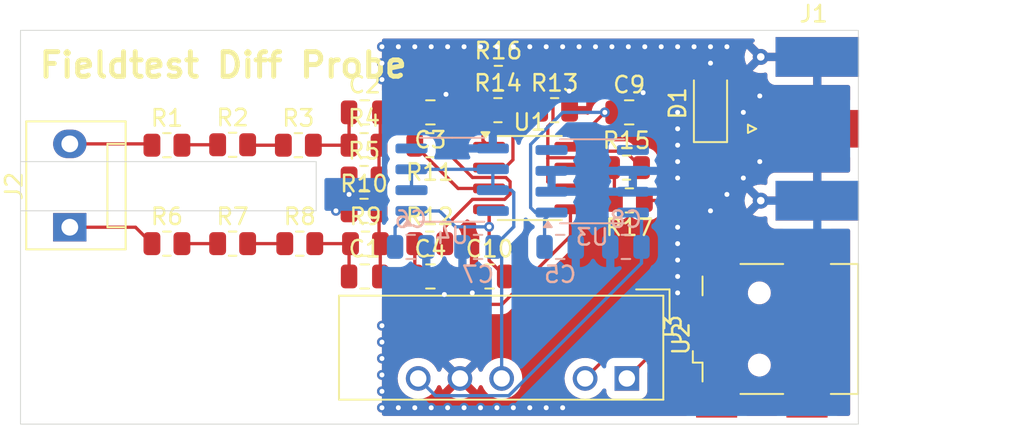
<source format=kicad_pcb>
(kicad_pcb (version 20240108) (generator "pcbnew") (generator_version "8.0")
  (layers (0 "F.Cu" signal) (31 "B.Cu" signal) (34 "B.Paste" user) (35 "F.Paste" user) (36 "B.SilkS" user "B.Silkscreen") (37 "F.SilkS" user "F.Silkscreen") (38 "B.Mask" user) (39 "F.Mask" user) (44 "Edge.Cuts" user))
  (net 0 "")
  (net 1 "Net-(C1-Pad1)")
  (net 2 "Net-(U1B-+)")
  (net 3 "Net-(C2-Pad1)")
  (net 4 "Net-(U1A-+)")
  (net 5 "GND")
  (net 6 "Net-(U1C-V+)")
  (net 7 "Net-(U1C-V-)")
  (net 8 "Net-(U2--Vout)")
  (net 9 "Net-(U2-+Vout)")
  (net 10 "Net-(D1-A1)")
  (net 11 "Net-(J2-Pin_1)")
  (net 12 "Net-(J2-Pin_3)")
  (net 13 "D_N")
  (net 14 "GNDD")
  (net 15 "Net-(J3-VBUS)")
  (net 16 "D_P")
  (net 17 "Net-(R1-Pad2)")
  (net 18 "Net-(R2-Pad2)")
  (net 19 "Net-(R6-Pad2)")
  (net 20 "Net-(R7-Pad2)")
  (net 21 "Net-(R11-Pad1)")
  (net 22 "Net-(U1A--)")
  (net 23 "Net-(R14-Pad1)")
  (net 24 "Net-(R15-Pad1)")
  (net 25 "Net-(U1B--)")
  (footprint "Resistor_SMD:R_0805_2012Metric" (layer "F.Cu") (at 124.5125 85.865)
    (property "Reference" "R13" (at 0 -1.65 0) (layer "F.SilkS"))
    (property "Value" "10k")
    (fp_line (start -0.227064 -0.735) (end 0.227064 -0.735) (stroke (width 0.12)) (layer "F.SilkS"))
    (fp_line (start -0.227064 0.735) (end 0.227064 0.735) (stroke (width 0.12)) (layer "F.SilkS"))
    (pad "1" smd roundrect (at -0.9125 0) (size 1.025 1.4) (layers "F.Cu" "F.Paste" "F.Mask") (roundrect_rratio 0.243902) (net 22 "Net-(U1A--)"))
    (pad "2" smd roundrect (at 0.9125 0) (size 1.025 1.4) (layers "F.Cu" "F.Paste" "F.Mask") (roundrect_rratio 0.243902) (net 5 "GND"))
  )
  (footprint "Connector_Coaxial:SMA_Molex_73251-1153_EdgeMount_Horizontal" (layer "F.Cu") (at 138.78 87 180)
    (property "Reference" "J1" (at -1.5 7 0) (layer "F.SilkS"))
    (property "Value" "Conn_Coaxial")
    (fp_line (start 2.5 0.25) (end 2 0) (stroke (width 0.12)) (layer "F.SilkS"))
    (fp_line (start 2.5 -0.25) (end 2.5 0.25) (stroke (width 0.12)) (layer "F.SilkS"))
    (fp_line (start 2 0) (end 2.5 -0.25) (stroke (width 0.12)) (layer "F.SilkS"))
    (pad "1" smd rect (at -1.72 0 180) (size 5.08 2.29) (layers "F.Cu" "F.Paste" "F.Mask") (net 10 "Net-(D1-A1)"))
    (pad "2" smd rect (at -1.72 -4.38 180) (size 5.08 2.42) (layers "F.Cu" "F.Paste" "F.Mask") (net 5 "GND"))
    (pad "2" smd rect (at -1.72 -4.38 180) (size 5.08 2.42) (layers "B.Cu" "B.Paste" "B.Mask") (net 5 "GND"))
    (pad "2" smd rect (at -1.72 4.38 180) (size 5.08 2.42) (layers "F.Cu" "F.Paste" "F.Mask") (net 5 "GND"))
    (pad "2" smd rect (at -1.72 4.38 180) (size 5.08 2.42) (layers "B.Cu" "B.Paste" "B.Mask") (net 5 "GND"))
    (pad "2" smd rect (at 1.27 -4.38 180) (size 0.95 0.46) (layers "F.Cu") (net 5 "GND"))
    (pad "2" smd rect (at 1.27 -4.38 180) (size 0.95 0.46) (layers "B.Cu") (net 5 "GND"))
    (pad "2" smd rect (at 1.27 4.38 180) (size 0.95 0.46) (layers "F.Cu") (net 5 "GND"))
    (pad "2" smd rect (at 1.27 4.38 180) (size 0.95 0.46) (layers "B.Cu") (net 5 "GND"))
    (pad "2" thru_hole circle (at 1.72 -4.38 180) (size 0.97 0.97) (drill 0.46) (layers "*.Cu") (net 5 "GND"))
    (pad "2" thru_hole circle (at 1.72 4.38 180) (size 0.97 0.97) (drill 0.46) (layers "*.Cu") (net 5 "GND"))
  )
  (footprint "Connector_USB:USB_Mini-B_Wuerth_65100516121_Horizontal" (layer "F.Cu") (at 136.975 99.2 90)
    (property "Reference" "J3" (at 0 -5.25 90) (layer "F.SilkS"))
    (property "Value" "USB_A")
    (fp_line (start -2.05 -4.05) (end -1.35 -4.05) (stroke (width 0.12)) (layer "F.SilkS"))
    (fp_line (start 2.05 -3.46) (end 3.2 -3.46) (stroke (width 0.12)) (layer "F.SilkS"))
    (fp_line (start -2.05 -3.46) (end -2.05 -4.05) (stroke (width 0.12)) (layer "F.SilkS"))
    (fp_line (start -3.2 -3.46) (end -2.05 -3.46) (stroke (width 0.12)) (layer "F.SilkS"))
    (fp_line (start 3.96 -1.15) (end 3.96 1.45) (stroke (width 0.12)) (layer "F.SilkS"))
    (fp_line (start -3.96 1.45) (end -3.96 -1.15) (stroke (width 0.12)) (layer "F.SilkS"))
    (fp_line (start -3.96 4.35) (end -3.96 6.01) (stroke (width 0.12)) (layer "F.SilkS"))
    (fp_line (start 3.96 6.01) (end 3.96 4.35) (stroke (width 0.12)) (layer "F.SilkS"))
    (fp_line (start -3.96 6.01) (end 3.96 6.01) (stroke (width 0.12)) (layer "F.SilkS"))
    (pad "" np_thru_hole circle (at -2.2 0 90) (size 0.9 0.9) (drill 0.9) (layers "*.Cu" "*.Mask"))
    (pad "" np_thru_hole circle (at 2.2 0 90) (size 0.9 0.9) (drill 0.9) (layers "*.Cu" "*.Mask"))
    (pad "1" smd rect (at -1.6 -2.6 90) (size 0.5 2.5) (layers "F.Cu" "F.Paste" "F.Mask") (net 15 "Net-(J3-VBUS)"))
    (pad "2" smd rect (at -0.8 -2.6 90) (size 0.5 2.5) (layers "F.Cu" "F.Paste" "F.Mask") (net 13 "D_N"))
    (pad "3" smd rect (at 0 -2.6 90) (size 0.5 2.5) (layers "F.Cu" "F.Paste" "F.Mask") (net 16 "D_P"))
    (pad "4" smd rect (at 0.8 -2.6 90) (size 0.5 2.5) (layers "F.Cu" "F.Paste" "F.Mask") (net 14 "GNDD"))
    (pad "5" smd rect (at 1.6 -2.6 90) (size 0.5 2.5) (layers "F.Cu" "F.Paste" "F.Mask") (net 14 "GNDD"))
    (pad "6" smd rect (at -4.4 -2.6 90) (size 2 2.5) (layers "F.Cu" "F.Paste" "F.Mask"))
    (pad "6" smd rect (at -4.4 2.9 90) (size 2 2.5) (layers "F.Cu" "F.Paste" "F.Mask"))
    (pad "6" smd rect (at 4.4 -2.6 90) (size 2 2.5) (layers "F.Cu" "F.Paste" "F.Mask"))
    (pad "6" smd rect (at 4.4 2.9 90) (size 2 2.5) (layers "F.Cu" "F.Paste" "F.Mask"))
  )
  (footprint "Resistor_SMD:R_0805_2012Metric" (layer "F.Cu") (at 129.0625 91.365 180)
    (property "Reference" "R17" (at 0 -1.65 0) (layer "F.SilkS"))
    (property "Value" "50R")
    (fp_line (start -0.227064 0.735) (end 0.227064 0.735) (stroke (width 0.12)) (layer "F.SilkS"))
    (fp_line (start -0.227064 -0.735) (end 0.227064 -0.735) (stroke (width 0.12)) (layer "F.SilkS"))
    (pad "1" smd roundrect (at -0.9125 0 180) (size 1.025 1.4) (layers "F.Cu" "F.Paste" "F.Mask") (roundrect_rratio 0.243902) (net 10 "Net-(D1-A1)"))
    (pad "2" smd roundrect (at 0.9125 0 180) (size 1.025 1.4) (layers "F.Cu" "F.Paste" "F.Mask") (roundrect_rratio 0.243902) (net 24 "Net-(R15-Pad1)"))
  )
  (footprint "Package_SO:SOIC-8_3.9x4.9mm_P1.27mm" (layer "F.Cu") (at 123 90)
    (property "Reference" "U1" (at 0 -3.4 0) (layer "F.SilkS"))
    (property "Value" "LM4562")
    (fp_line (start 0 -2.56) (end -1.95 -2.56) (stroke (width 0.12)) (layer "F.SilkS"))
    (fp_line (start 0 -2.56) (end 1.95 -2.56) (stroke (width 0.12)) (layer "F.SilkS"))
    (fp_line (start 0 2.56) (end -1.95 2.56) (stroke (width 0.12)) (layer "F.SilkS"))
    (fp_line (start 0 2.56) (end 1.95 2.56) (stroke (width 0.12)) (layer "F.SilkS"))
    (fp_poly (pts (xy -2.7 -2.465) (xy -2.94 -2.795) (xy -2.46 -2.795) (xy -2.7 -2.465)) (stroke (width 0.12)) (fill solid) (layer "F.SilkS"))
    (pad "1" smd roundrect (at -2.475 -1.905) (size 1.95 0.6) (layers "F.Cu" "F.Paste" "F.Mask") (net 23 "Net-(R14-Pad1)"))
    (pad "2" smd roundrect (at -2.475 -0.635) (size 1.95 0.6) (layers "F.Cu" "F.Paste" "F.Mask") (net 22 "Net-(U1A--)"))
    (pad "3" smd roundrect (at -2.475 0.635) (size 1.95 0.6) (layers "F.Cu" "F.Paste" "F.Mask") (net 4 "Net-(U1A-+)"))
    (pad "4" smd roundrect (at -2.475 1.905) (size 1.95 0.6) (layers "F.Cu" "F.Paste" "F.Mask") (net 7 "Net-(U1C-V-)"))
    (pad "5" smd roundrect (at 2.475 1.905) (size 1.95 0.6) (layers "F.Cu" "F.Paste" "F.Mask") (net 2 "Net-(U1B-+)"))
    (pad "6" smd roundrect (at 2.475 0.635) (size 1.95 0.6) (layers "F.Cu" "F.Paste" "F.Mask") (net 25 "Net-(U1B--)"))
    (pad "7" smd roundrect (at 2.475 -0.635) (size 1.95 0.6) (layers "F.Cu" "F.Paste" "F.Mask") (net 24 "Net-(R15-Pad1)"))
    (pad "8" smd roundrect (at 2.475 -1.905) (size 1.95 0.6) (layers "F.Cu" "F.Paste" "F.Mask") (net 6 "Net-(U1C-V+)"))
  )
  (footprint "Resistor_SMD:R_0805_2012Metric" (layer "F.Cu") (at 100.9125 94)
    (property "Reference" "R6" (at 0 -1.65 0) (layer "F.SilkS"))
    (property "Value" "270K")
    (fp_line (start -0.227064 -0.735) (end 0.227064 -0.735) (stroke (width 0.12)) (layer "F.SilkS"))
    (fp_line (start -0.227064 0.735) (end 0.227064 0.735) (stroke (width 0.12)) (layer "F.SilkS"))
    (pad "1" smd roundrect (at -0.9125 0) (size 1.025 1.4) (layers "F.Cu" "F.Paste" "F.Mask") (roundrect_rratio 0.243902) (net 11 "Net-(J2-Pin_1)"))
    (pad "2" smd roundrect (at 0.9125 0) (size 1.025 1.4) (layers "F.Cu" "F.Paste" "F.Mask") (roundrect_rratio 0.243902) (net 19 "Net-(R6-Pad2)"))
  )
  (footprint "Resistor_SMD:R_0805_2012Metric" (layer "F.Cu") (at 112.9125 88)
    (property "Reference" "R4" (at 0 -1.65 0) (layer "F.SilkS"))
    (property "Value" "270K")
    (fp_line (start -0.227064 -0.735) (end 0.227064 -0.735) (stroke (width 0.12)) (layer "F.SilkS"))
    (fp_line (start -0.227064 0.735) (end 0.227064 0.735) (stroke (width 0.12)) (layer "F.SilkS"))
    (pad "1" smd roundrect (at -0.9125 0) (size 1.025 1.4) (layers "F.Cu" "F.Paste" "F.Mask") (roundrect_rratio 0.243902) (net 3 "Net-(C2-Pad1)"))
    (pad "2" smd roundrect (at 0.9125 0) (size 1.025 1.4) (layers "F.Cu" "F.Paste" "F.Mask") (roundrect_rratio 0.243902) (net 4 "Net-(U1A-+)"))
  )
  (footprint "Resistor_SMD:R_0805_2012Metric" (layer "F.Cu") (at 112.9125 92)
    (property "Reference" "R10" (at 0 -1.65 0) (layer "F.SilkS"))
    (property "Value" "10k9")
    (fp_line (start -0.227064 -0.735) (end 0.227064 -0.735) (stroke (width 0.12)) (layer "F.SilkS"))
    (fp_line (start -0.227064 0.735) (end 0.227064 0.735) (stroke (width 0.12)) (layer "F.SilkS"))
    (pad "1" smd roundrect (at -0.9125 0) (size 1.025 1.4) (layers "F.Cu" "F.Paste" "F.Mask") (roundrect_rratio 0.243902) (net 5 "GND"))
    (pad "2" smd roundrect (at 0.9125 0) (size 1.025 1.4) (layers "F.Cu" "F.Paste" "F.Mask") (roundrect_rratio 0.243902) (net 2 "Net-(U1B-+)"))
  )
  (footprint "Resistor_SMD:R_0805_2012Metric" (layer "F.Cu") (at 109 94)
    (property "Reference" "R8" (at 0 -1.65 0) (layer "F.SilkS"))
    (property "Value" "270K")
    (fp_line (start -0.227064 -0.735) (end 0.227064 -0.735) (stroke (width 0.12)) (layer "F.SilkS"))
    (fp_line (start -0.227064 0.735) (end 0.227064 0.735) (stroke (width 0.12)) (layer "F.SilkS"))
    (pad "1" smd roundrect (at -0.9125 0) (size 1.025 1.4) (layers "F.Cu" "F.Paste" "F.Mask") (roundrect_rratio 0.243902) (net 20 "Net-(R7-Pad2)"))
    (pad "2" smd roundrect (at 0.9125 0) (size 1.025 1.4) (layers "F.Cu" "F.Paste" "F.Mask") (roundrect_rratio 0.243902) (net 1 "Net-(C1-Pad1)"))
  )
  (footprint "Capacitor_SMD:C_0805_2012Metric" (layer "F.Cu") (at 116.95 96)
    (property "Reference" "C4" (at 0 -1.68 0) (layer "F.SilkS"))
    (property "Value" "33p")
    (fp_line (start -0.261252 -0.735) (end 0.261252 -0.735) (stroke (width 0.12)) (layer "F.SilkS"))
    (fp_line (start -0.261252 0.735) (end 0.261252 0.735) (stroke (width 0.12)) (layer "F.SilkS"))
    (pad "1" smd roundrect (at -0.95 0) (size 1 1.45) (layers "F.Cu" "F.Paste" "F.Mask") (net 2 "Net-(U1B-+)"))
    (pad "2" smd roundrect (at 0.95 0) (size 1 1.45) (layers "F.Cu" "F.Paste" "F.Mask") (net 5 "GND"))
  )
  (footprint "Resistor_SMD:R_0805_2012Metric" (layer "F.Cu") (at 112.9125 90)
    (property "Reference" "R5" (at 0 -1.65 0) (layer "F.SilkS"))
    (property "Value" "10k9")
    (fp_line (start -0.227064 -0.735) (end 0.227064 -0.735) (stroke (width 0.12)) (layer "F.SilkS"))
    (fp_line (start -0.227064 0.735) (end 0.227064 0.735) (stroke (width 0.12)) (layer "F.SilkS"))
    (pad "1" smd roundrect (at -0.9125 0) (size 1.025 1.4) (layers "F.Cu" "F.Paste" "F.Mask") (roundrect_rratio 0.243902) (net 5 "GND"))
    (pad "2" smd roundrect (at 0.9125 0) (size 1.025 1.4) (layers "F.Cu" "F.Paste" "F.Mask") (roundrect_rratio 0.243902) (net 4 "Net-(U1A-+)"))
  )
  (footprint "Resistor_SMD:R_0805_2012Metric" (layer "F.Cu") (at 128.8875 89.365)
    (property "Reference" "R15" (at 0 -1.65 0) (layer "F.SilkS"))
    (property "Value" "10k")
    (fp_line (start -0.227064 -0.735) (end 0.227064 -0.735) (stroke (width 0.12)) (layer "F.SilkS"))
    (fp_line (start -0.227064 0.735) (end 0.227064 0.735) (stroke (width 0.12)) (layer "F.SilkS"))
    (pad "1" smd roundrect (at -0.9125 0) (size 1.025 1.4) (layers "F.Cu" "F.Paste" "F.Mask") (roundrect_rratio 0.243902) (net 24 "Net-(R15-Pad1)"))
    (pad "2" smd roundrect (at 0.9125 0) (size 1.025 1.4) (layers "F.Cu" "F.Paste" "F.Mask") (roundrect_rratio 0.243902) (net 25 "Net-(U1B--)"))
  )
  (footprint "Resistor_SMD:R_0805_2012Metric" (layer "F.Cu") (at 104.9125 94)
    (property "Reference" "R7" (at 0 -1.65 0) (layer "F.SilkS"))
    (property "Value" "270K")
    (fp_line (start -0.227064 -0.735) (end 0.227064 -0.735) (stroke (width 0.12)) (layer "F.SilkS"))
    (fp_line (start -0.227064 0.735) (end 0.227064 0.735) (stroke (width 0.12)) (layer "F.SilkS"))
    (pad "1" smd roundrect (at -0.9125 0) (size 1.025 1.4) (layers "F.Cu" "F.Paste" "F.Mask") (roundrect_rratio 0.243902) (net 19 "Net-(R6-Pad2)"))
    (pad "2" smd roundrect (at 0.9125 0) (size 1.025 1.4) (layers "F.Cu" "F.Paste" "F.Mask") (roundrect_rratio 0.243902) (net 20 "Net-(R7-Pad2)"))
  )
  (footprint "Diode_SMD:D_SMF" (layer "F.Cu") (at 134 85.45 90)
    (property "Reference" "D1" (at 0 -2 90) (layer "F.SilkS"))
    (property "Value" "SMF24A")
    (fp_line (start -2.36 -1.01) (end 1.4 -1.01) (stroke (width 0.12)) (layer "F.SilkS"))
    (fp_line (start -2.36 -1.01) (end -2.36 1.01) (stroke (width 0.12)) (layer "F.SilkS"))
    (fp_line (start -2.36 1.01) (end 1.4 1.01) (stroke (width 0.12)) (layer "F.SilkS"))
    (pad "1" smd roundrect (at -1.45 0 90) (size 1.3 1.4) (layers "F.Cu" "F.Paste" "F.Mask") (roundrect_rratio 0.1923076923) (net 10 "Net-(D1-A1)"))
    (pad "2" smd roundrect (at 1.45 0 90) (size 1.3 1.4) (layers "F.Cu" "F.Paste" "F.Mask") (roundrect_rratio 0.1923076923) (net 5 "GND"))
  )
  (footprint "Resistor_SMD:R_0805_2012Metric" (layer "F.Cu") (at 116.9125 88 180)
    (property "Reference" "R11" (at 0 -1.65 0) (layer "F.SilkS"))
    (property "Value" "10k9")
    (fp_line (start -0.227064 0.735) (end 0.227064 0.735) (stroke (width 0.12)) (layer "F.SilkS"))
    (fp_line (start -0.227064 -0.735) (end 0.227064 -0.735) (stroke (width 0.12)) (layer "F.SilkS"))
    (pad "1" smd roundrect (at -0.9125 0 180) (size 1.025 1.4) (layers "F.Cu" "F.Paste" "F.Mask") (roundrect_rratio 0.243902) (net 21 "Net-(R11-Pad1)"))
    (pad "2" smd roundrect (at 0.9125 0 180) (size 1.025 1.4) (layers "F.Cu" "F.Paste" "F.Mask") (roundrect_rratio 0.243902) (net 4 "Net-(U1A-+)"))
  )
  (footprint "Resistor_SMD:R_0805_2012Metric" (layer "F.Cu") (at 121.0625 85.865)
    (property "Reference" "R14" (at 0 -1.65 0) (layer "F.SilkS"))
    (property "Value" "10k")
    (fp_line (start -0.227064 -0.735) (end 0.227064 -0.735) (stroke (width 0.12)) (layer "F.SilkS"))
    (fp_line (start -0.227064 0.735) (end 0.227064 0.735) (stroke (width 0.12)) (layer "F.SilkS"))
    (pad "1" smd roundrect (at -0.9125 0) (size 1.025 1.4) (layers "F.Cu" "F.Paste" "F.Mask") (roundrect_rratio 0.243902) (net 23 "Net-(R14-Pad1)"))
    (pad "2" smd roundrect (at 0.9125 0) (size 1.025 1.4) (layers "F.Cu" "F.Paste" "F.Mask") (roundrect_rratio 0.243902) (net 22 "Net-(U1A--)"))
  )
  (footprint "Capacitor_SMD:C_0805_2012Metric" (layer "F.Cu") (at 112.95 96)
    (property "Reference" "C1" (at 0 -1.68 0) (layer "F.SilkS"))
    (property "Value" "33p")
    (fp_line (start -0.261252 -0.735) (end 0.261252 -0.735) (stroke (width 0.12)) (layer "F.SilkS"))
    (fp_line (start -0.261252 0.735) (end 0.261252 0.735) (stroke (width 0.12)) (layer "F.SilkS"))
    (pad "1" smd roundrect (at -0.95 0) (size 1 1.45) (layers "F.Cu" "F.Paste" "F.Mask") (net 1 "Net-(C1-Pad1)"))
    (pad "2" smd roundrect (at 0.95 0) (size 1 1.45) (layers "F.Cu" "F.Paste" "F.Mask") (net 2 "Net-(U1B-+)"))
  )
  (footprint "Capacitor_SMD:C_0805_2012Metric" (layer "F.Cu") (at 120.55 96)
    (property "Reference" "C10" (at 0 -1.68 0) (layer "F.SilkS"))
    (property "Value" "100nF")
    (fp_line (start -0.261252 -0.735) (end 0.261252 -0.735) (stroke (width 0.12)) (layer "F.SilkS"))
    (fp_line (start -0.261252 0.735) (end 0.261252 0.735) (stroke (width 0.12)) (layer "F.SilkS"))
    (pad "1" smd roundrect (at -0.95 0) (size 1 1.45) (layers "F.Cu" "F.Paste" "F.Mask") (net 5 "GND"))
    (pad "2" smd roundrect (at 0.95 0) (size 1 1.45) (layers "F.Cu" "F.Paste" "F.Mask") (net 7 "Net-(U1C-V-)"))
  )
  (footprint "Capacitor_SMD:C_0805_2012Metric" (layer "F.Cu") (at 129.05 86)
    (property "Reference" "C9" (at 0 -1.68 0) (layer "F.SilkS"))
    (property "Value" "100nF")
    (fp_line (start -0.261252 -0.735) (end 0.261252 -0.735) (stroke (width 0.12)) (layer "F.SilkS"))
    (fp_line (start -0.261252 0.735) (end 0.261252 0.735) (stroke (width 0.12)) (layer "F.SilkS"))
    (pad "1" smd roundrect (at -0.95 0) (size 1 1.45) (layers "F.Cu" "F.Paste" "F.Mask") (net 6 "Net-(U1C-V+)"))
    (pad "2" smd roundrect (at 0.95 0) (size 1 1.45) (layers "F.Cu" "F.Paste" "F.Mask") (net 5 "GND"))
  )
  (footprint "Resistor_SMD:R_0805_2012Metric" (layer "F.Cu") (at 104.9125 87.975)
    (property "Reference" "R2" (at 0 -1.65 0) (layer "F.SilkS"))
    (property "Value" "270K")
    (fp_line (start -0.227064 -0.735) (end 0.227064 -0.735) (stroke (width 0.12)) (layer "F.SilkS"))
    (fp_line (start -0.227064 0.735) (end 0.227064 0.735) (stroke (width 0.12)) (layer "F.SilkS"))
    (pad "1" smd roundrect (at -0.9125 0) (size 1.025 1.4) (layers "F.Cu" "F.Paste" "F.Mask") (roundrect_rratio 0.243902) (net 17 "Net-(R1-Pad2)"))
    (pad "2" smd roundrect (at 0.9125 0) (size 1.025 1.4) (layers "F.Cu" "F.Paste" "F.Mask") (roundrect_rratio 0.243902) (net 18 "Net-(R2-Pad2)"))
  )
  (footprint "Capacitor_SMD:C_0805_2012Metric" (layer "F.Cu") (at 112.95 86)
    (property "Reference" "C2" (at 0 -1.68 0) (layer "F.SilkS"))
    (property "Value" "33p")
    (fp_line (start -0.261252 -0.735) (end 0.261252 -0.735) (stroke (width 0.12)) (layer "F.SilkS"))
    (fp_line (start -0.261252 0.735) (end 0.261252 0.735) (stroke (width 0.12)) (layer "F.SilkS"))
    (pad "1" smd roundrect (at -0.95 0) (size 1 1.45) (layers "F.Cu" "F.Paste" "F.Mask") (net 3 "Net-(C2-Pad1)"))
    (pad "2" smd roundrect (at 0.95 0) (size 1 1.45) (layers "F.Cu" "F.Paste" "F.Mask") (net 4 "Net-(U1A-+)"))
  )
  (footprint "Resistor_SMD:R_0805_2012Metric" (layer "F.Cu") (at 116.9125 94)
    (property "Reference" "R12" (at 0 -1.65 0) (layer "F.SilkS"))
    (property "Value" "10k9")
    (fp_line (start -0.227064 -0.735) (end 0.227064 -0.735) (stroke (width 0.12)) (layer "F.SilkS"))
    (fp_line (start -0.227064 0.735) (end 0.227064 0.735) (stroke (width 0.12)) (layer "F.SilkS"))
    (pad "1" smd roundrect (at -0.9125 0) (size 1.025 1.4) (layers "F.Cu" "F.Paste" "F.Mask") (roundrect_rratio 0.243902) (net 2 "Net-(U1B-+)"))
    (pad "2" smd roundrect (at 0.9125 0) (size 1.025 1.4) (layers "F.Cu" "F.Paste" "F.Mask") (roundrect_rratio 0.243902) (net 21 "Net-(R11-Pad1)"))
  )
  (footprint "Resistor_SMD:R_0805_2012Metric" (layer "F.Cu") (at 108.9125 88)
    (property "Reference" "R3" (at 0 -1.65 0) (layer "F.SilkS"))
    (property "Value" "270K")
    (fp_line (start -0.227064 -0.735) (end 0.227064 -0.735) (stroke (width 0.12)) (layer "F.SilkS"))
    (fp_line (start -0.227064 0.735) (end 0.227064 0.735) (stroke (width 0.12)) (layer "F.SilkS"))
    (pad "1" smd roundrect (at -0.9125 0) (size 1.025 1.4) (layers "F.Cu" "F.Paste" "F.Mask") (roundrect_rratio 0.243902) (net 18 "Net-(R2-Pad2)"))
    (pad "2" smd roundrect (at 0.9125 0) (size 1.025 1.4) (layers "F.Cu" "F.Paste" "F.Mask") (roundrect_rratio 0.243902) (net 3 "Net-(C2-Pad1)"))
  )
  (footprint "Connector:FanPinHeader_1x03_P2.54mm_Vertical" (layer "F.Cu") (at 95 93 90)
    (property "Reference" "J2" (at 2.5 -3.4 90) (layer "F.SilkS"))
    (property "Value" "Conn_01x03")
    (fp_line (start 6.45 -2.65) (end 6.45 3.4) (stroke (width 0.12)) (layer "F.SilkS"))
    (fp_line (start -1.35 -2.65) (end 6.45 -2.65) (stroke (width 0.12)) (layer "F.SilkS"))
    (fp_line (start 5.08 2.29) (end 5.08 3.3) (stroke (width 0.12)) (layer "F.SilkS"))
    (fp_line (start 0 2.29) (end 5.08 2.29) (stroke (width 0.12)) (layer "F.SilkS"))
    (fp_line (start 0 3.3) (end 0 2.29) (stroke (width 0.12)) (layer "F.SilkS"))
    (fp_line (start 6.45 3.4) (end -1.35 3.4) (stroke (width 0.12)) (layer "F.SilkS"))
    (fp_line (start -1.35 3.4) (end -1.35 -2.65) (stroke (width 0.12)) (layer "F.SilkS"))
    (pad "1" thru_hole rect (at 0 0 180) (size 2.03 1.73) (drill 1.02) (layers "*.Cu" "*.Mask") (net 11 "Net-(J2-Pin_1)"))
    (pad "3" thru_hole oval (at 5.08 0 180) (size 2.03 1.73) (drill 1.02) (layers "*.Cu" "*.Mask") (net 12 "Net-(J2-Pin_3)"))
  )
  (footprint "Resistor_SMD:R_0805_2012Metric" (layer "F.Cu") (at 113 94)
    (property "Reference" "R9" (at 0 -1.65 0) (layer "F.SilkS"))
    (property "Value" "270K")
    (fp_line (start -0.227064 -0.735) (end 0.227064 -0.735) (stroke (width 0.12)) (layer "F.SilkS"))
    (fp_line (start -0.227064 0.735) (end 0.227064 0.735) (stroke (width 0.12)) (layer "F.SilkS"))
    (pad "1" smd roundrect (at -0.9125 0) (size 1.025 1.4) (layers "F.Cu" "F.Paste" "F.Mask") (roundrect_rratio 0.243902) (net 1 "Net-(C1-Pad1)"))
    (pad "2" smd roundrect (at 0.9125 0) (size 1.025 1.4) (layers "F.Cu" "F.Paste" "F.Mask") (roundrect_rratio 0.243902) (net 2 "Net-(U1B-+)"))
  )
  (footprint "Resistor_SMD:R_0805_2012Metric" (layer "F.Cu") (at 121.0875 83.9)
    (property "Reference" "R16" (at 0 -1.65 0) (layer "F.SilkS"))
    (property "Value" "10k")
    (fp_line (start -0.227064 -0.735) (end 0.227064 -0.735) (stroke (width 0.12)) (layer "F.SilkS"))
    (fp_line (start -0.227064 0.735) (end 0.227064 0.735) (stroke (width 0.12)) (layer "F.SilkS"))
    (pad "1" smd roundrect (at -0.9125 0) (size 1.025 1.4) (layers "F.Cu" "F.Paste" "F.Mask") (roundrect_rratio 0.243902) (net 23 "Net-(R14-Pad1)"))
    (pad "2" smd roundrect (at 0.9125 0) (size 1.025 1.4) (layers "F.Cu" "F.Paste" "F.Mask") (roundrect_rratio 0.243902) (net 25 "Net-(U1B--)"))
  )
  (footprint "Capacitor_SMD:C_0805_2012Metric" (layer "F.Cu") (at 116.95 86 180)
    (property "Reference" "C3" (at 0 -1.68 0) (layer "F.SilkS"))
    (property "Value" "33p")
    (fp_line (start -0.261252 0.735) (end 0.261252 0.735) (stroke (width 0.12)) (layer "F.SilkS"))
    (fp_line (start -0.261252 -0.735) (end 0.261252 -0.735) (stroke (width 0.12)) (layer "F.SilkS"))
    (pad "1" smd roundrect (at -0.95 0 180) (size 1 1.45) (layers "F.Cu" "F.Paste" "F.Mask") (net 5 "GND"))
    (pad "2" smd roundrect (at 0.95 0 180) (size 1 1.45) (layers "F.Cu" "F.Paste" "F.Mask") (net 4 "Net-(U1A-+)"))
  )
  (footprint "Resistor_SMD:R_0805_2012Metric" (layer "F.Cu") (at 100.9125 88)
    (property "Reference" "R1" (at 0 -1.65 0) (layer "F.SilkS"))
    (property "Value" "270K")
    (fp_line (start -0.227064 -0.735) (end 0.227064 -0.735) (stroke (width 0.12)) (layer "F.SilkS"))
    (fp_line (start -0.227064 0.735) (end 0.227064 0.735) (stroke (width 0.12)) (layer "F.SilkS"))
    (pad "1" smd roundrect (at -0.9125 0) (size 1.025 1.4) (layers "F.Cu" "F.Paste" "F.Mask") (roundrect_rratio 0.243902) (net 12 "Net-(J2-Pin_3)"))
    (pad "2" smd roundrect (at 0.9125 0) (size 1.025 1.4) (layers "F.Cu" "F.Paste" "F.Mask") (roundrect_rratio 0.243902) (net 17 "Net-(R1-Pad2)"))
  )
  (footprint "Converter_DCDC:Converter_DCDC_TRACO_TMA-05xxD_12xxD_Dual_THT" (layer "F.Cu") (at 128.9075 102.215 -90)
    (property "Reference" "U2" (at -2.425 -3.3 90) (layer "F.SilkS"))
    (property "Value" "TMA-1215D")
    (fp_line (start -5.045 17.52) (end 1.295 17.52) (stroke (width 0.12)) (layer "F.SilkS"))
    (fp_line (start -5.425 -0.566667) (end -5.425 -2.6) (stroke (width 0.12)) (layer "F.SilkS"))
    (fp_line (start -5.045 -2.22) (end -5.045 17.52) (stroke (width 0.12)) (layer "F.SilkS"))
    (fp_line (start -5.045 -2.22) (end 1.295 -2.22) (stroke (width 0.12)) (layer "F.SilkS"))
    (fp_line (start 1.295 -2.22) (end 1.295 17.52) (stroke (width 0.12)) (layer "F.SilkS"))
    (fp_line (start -5.425 -2.6) (end -3.391667 -2.6) (stroke (width 0.12)) (layer "F.SilkS"))
    (pad "1" thru_hole rect (at 0 0 270) (size 1.5 1.5) (drill 1) (layers "*.Cu" "*.Mask") (net 15 "Net-(J3-VBUS)"))
    (pad "2" thru_hole circle (at 0 2.54 270) (size 1.5 1.5) (drill 1) (layers "*.Cu" "*.Mask") (net 14 "GNDD"))
    (pad "4" thru_hole circle (at 0 7.62 270) (size 1.5 1.5) (drill 1) (layers "*.Cu" "*.Mask") (net 8 "Net-(U2--Vout)"))
    (pad "5" thru_hole circle (at 0 10.16 270) (size 1.5 1.5) (drill 1) (layers "*.Cu" "*.Mask") (net 5 "GND"))
    (pad "6" thru_hole circle (at 0 12.7 270) (size 1.5 1.5) (drill 1) (layers "*.Cu" "*.Mask") (net 9 "Net-(U2-+Vout)"))
  )
  (footprint "Package_SO:SOIC-8_3.9x4.9mm_P1.27mm" (layer "B.Cu") (at 118.275 90.105)
    (property "Reference" "U4" (at 0 3.4 0) (layer "B.SilkS") (effects (justify mirror)))
    (property "Value" "MC79L12_SO8")
    (fp_line (start -1.95 -2.56) (end 0 -2.56) (stroke (width 0.12)) (layer "B.SilkS"))
    (fp_line (start -1.95 2.56) (end 0 2.56) (stroke (width 0.12)) (layer "B.SilkS"))
    (fp_line (start 1.95 -2.56) (end 0 -2.56) (stroke (width 0.12)) (layer "B.SilkS"))
    (fp_line (start 1.95 2.56) (end 0 2.56) (stroke (width 0.12)) (layer "B.SilkS"))
    (fp_poly (pts (xy -2.7 2.465) (xy -2.94 2.795) (xy -2.46 2.795) (xy -2.7 2.465)) (stroke (width 0.12)) (fill solid) (layer "B.SilkS"))
    (pad "1" smd roundrect (at -2.475 1.905) (size 1.95 0.6) (layers "B.Cu" "B.Paste" "B.Mask") (net 7 "Net-(U1C-V-)"))
    (pad "2" smd roundrect (at -2.475 0.635) (size 1.95 0.6) (layers "B.Cu" "B.Paste" "B.Mask") (net 8 "Net-(U2--Vout)"))
    (pad "3" smd roundrect (at -2.475 -0.635) (size 1.95 0.6) (layers "B.Cu" "B.Paste" "B.Mask") (net 8 "Net-(U2--Vout)"))
    (pad "4" smd roundrect (at -2.475 -1.905) (size 1.95 0.6) (layers "B.Cu" "B.Paste" "B.Mask"))
    (pad "5" smd roundrect (at 2.475 -1.905) (size 1.95 0.6) (layers "B.Cu" "B.Paste" "B.Mask") (net 5 "GND"))
    (pad "6" smd roundrect (at 2.475 -0.635) (size 1.95 0.6) (layers "B.Cu" "B.Paste" "B.Mask") (net 8 "Net-(U2--Vout)"))
    (pad "7" smd roundrect (at 2.475 0.635) (size 1.95 0.6) (layers "B.Cu" "B.Paste" "B.Mask") (net 8 "Net-(U2--Vout)"))
    (pad "8" smd roundrect (at 2.475 1.905) (size 1.95 0.6) (layers "B.Cu" "B.Paste" "B.Mask"))
  )
  (footprint "Capacitor_SMD:C_0805_2012Metric" (layer "B.Cu") (at 115.75 94.2 180)
    (property "Reference" "C6" (at 0 1.68 0) (layer "B.SilkS") (effects (justify mirror)))
    (property "Value" "100nF")
    (fp_line (start 0.261252 0.735) (end -0.261252 0.735) (stroke (width 0.12)) (layer "B.SilkS"))
    (fp_line (start 0.261252 -0.735) (end -0.261252 -0.735) (stroke (width 0.12)) (layer "B.SilkS"))
    (pad "1" smd roundrect (at -0.95 0 180) (size 1 1.45) (layers "B.Cu" "B.Paste" "B.Mask") (net 5 "GND"))
    (pad "2" smd roundrect (at 0.95 0 180) (size 1 1.45) (layers "B.Cu" "B.Paste" "B.Mask") (net 7 "Net-(U1C-V-)"))
  )
  (footprint "Capacitor_SMD:C_0805_2012Metric" (layer "B.Cu") (at 128.85 94.2 180)
    (property "Reference" "C8" (at 0 1.68 0) (layer "B.SilkS") (effects (justify mirror)))
    (property "Value" "100nF")
    (fp_line (start 0.261252 0.735) (end -0.261252 0.735) (stroke (width 0.12)) (layer "B.SilkS"))
    (fp_line (start 0.261252 -0.735) (end -0.261252 -0.735) (stroke (width 0.12)) (layer "B.SilkS"))
    (pad "1" smd roundrect (at -0.95 0 180) (size 1 1.45) (layers "B.Cu" "B.Paste" "B.Mask") (net 9 "Net-(U2-+Vout)"))
    (pad "2" smd roundrect (at 0.95 0 180) (size 1 1.45) (layers "B.Cu" "B.Paste" "B.Mask") (net 5 "GND"))
  )
  (footprint "Capacitor_SMD:C_0805_2012Metric" (layer "B.Cu") (at 124.85 94.2)
    (property "Reference" "C5" (at 0 1.68 0) (layer "B.SilkS") (effects (justify mirror)))
    (property "Value" "100nF")
    (fp_line (start 0.261252 -0.735) (end -0.261252 -0.735) (stroke (width 0.12)) (layer "B.SilkS"))
    (fp_line (start 0.261252 0.735) (end -0.261252 0.735) (stroke (width 0.12)) (layer "B.SilkS"))
    (pad "1" smd roundrect (at -0.95 0) (size 1 1.45) (layers "B.Cu" "B.Paste" "B.Mask") (net 6 "Net-(U1C-V+)"))
    (pad "2" smd roundrect (at 0.95 0) (size 1 1.45) (layers "B.Cu" "B.Paste" "B.Mask") (net 5 "GND"))
  )
  (footprint "Capacitor_SMD:C_0805_2012Metric" (layer "B.Cu") (at 119.85 94.2)
    (property "Reference" "C7" (at 0 1.68 0) (layer "B.SilkS") (effects (justify mirror)))
    (property "Value" "100nF")
    (fp_line (start 0.261252 -0.735) (end -0.261252 -0.735) (stroke (width 0.12)) (layer "B.SilkS"))
    (fp_line (start 0.261252 0.735) (end -0.261252 0.735) (stroke (width 0.12)) (layer "B.SilkS"))
    (pad "1" smd roundrect (at -0.95 0) (size 1 1.45) (layers "B.Cu" "B.Paste" "B.Mask") (net 5 "GND"))
    (pad "2" smd roundrect (at 0.95 0) (size 1 1.45) (layers "B.Cu" "B.Paste" "B.Mask") (net 8 "Net-(U2--Vout)"))
  )
  (footprint "Package_SO:SOIC-8_3.9x4.9mm_P1.27mm" (layer "B.Cu") (at 126.8 90.2)
    (property "Reference" "U3" (at 0 3.4 0) (layer "B.SilkS") (effects (justify mirror)))
    (property "Value" "MC78L05_SO8")
    (fp_line (start -1.95 -2.56) (end 0 -2.56) (stroke (width 0.12)) (layer "B.SilkS"))
    (fp_line (start -1.95 2.56) (end 0 2.56) (stroke (width 0.12)) (layer "B.SilkS"))
    (fp_line (start 1.95 -2.56) (end 0 -2.56) (stroke (width 0.12)) (layer "B.SilkS"))
    (fp_line (start 1.95 2.56) (end 0 2.56) (stroke (width 0.12)) (layer "B.SilkS"))
    (fp_poly (pts (xy -2.7 2.465) (xy -2.94 2.795) (xy -2.46 2.795) (xy -2.7 2.465)) (stroke (width 0.12)) (fill solid) (layer "B.SilkS"))
    (pad "1" smd roundrect (at -2.475 1.905) (size 1.95 0.6) (layers "B.Cu" "B.Paste" "B.Mask") (net 6 "Net-(U1C-V+)"))
    (pad "2" smd roundrect (at -2.475 0.635) (size 1.95 0.6) (layers "B.Cu" "B.Paste" "B.Mask") (net 5 "GND"))
    (pad "3" smd roundrect (at -2.475 -0.635) (size 1.95 0.6) (layers "B.Cu" "B.Paste" "B.Mask") (net 5 "GND"))
    (pad "4" smd roundrect (at -2.475 -1.905) (size 1.95 0.6) (layers "B.Cu" "B.Paste" "B.Mask"))
    (pad "5" smd roundrect (at 2.475 -1.905) (size 1.95 0.6) (layers "B.Cu" "B.Paste" "B.Mask"))
    (pad "6" smd roundrect (at 2.475 -0.635) (size 1.95 0.6) (layers "B.Cu" "B.Paste" "B.Mask") (net 5 "GND"))
    (pad "7" smd roundrect (at 2.475 0.635) (size 1.95 0.6) (layers "B.Cu" "B.Paste" "B.Mask") (net 5 "GND"))
    (pad "8" smd roundrect (at 2.475 1.905) (size 1.95 0.6) (layers "B.Cu" "B.Paste" "B.Mask") (net 9 "Net-(U2-+Vout)"))
  )
  (gr_rect (start 92 81) (end 143 105) (stroke (width 0.05)) (fill none) (layer "Edge.Cuts"))
  (gr_line (start 92 92) (end 110 92) (stroke (width 0.05)) (layer "Edge.Cuts"))
  (gr_line (start 110 89) (end 110 92) (stroke (width 0.05)) (layer "Edge.Cuts"))
  (gr_line (start 92 89) (end 110 89) (stroke (width 0.05)) (layer "Edge.Cuts"))
  (gr_text "Fieldtest Diff Probe" (at 93 84 0) (layer "F.SilkS") (effects (font (size 1.5 1.5) (thickness 0.3) (bold yes)) (justify left bottom)))
  (segment (start 112 96) (end 112 94.0875) (width 0.2) (layer "F.Cu") (net 1))
  (segment (start 109.9125 94) (end 112.0875 94) (width 0.2) (layer "F.Cu") (net 1))
  (segment (start 112 94.0875) (end 112.0875 94) (width 0.2) (layer "F.Cu") (net 1))
  (segment (start 116.975 97.7) (end 116 96.725) (width 0.2) (layer "F.Cu") (net 2))
  (segment (start 125.475 91.905) (end 125.475 93.534744) (width 0.2) (layer "F.Cu") (net 2))
  (segment (start 116 96.725) (end 116 96) (width 0.2) (layer "F.Cu") (net 2))
  (segment (start 116 94) (end 116 96) (width 0.2) (layer "F.Cu") (net 2))
  (segment (start 113.825 92) (end 113.825 93.9125) (width 0.2) (layer "F.Cu") (net 2))
  (segment (start 125.475 93.534744) (end 121.309744 97.7) (width 0.2) (layer "F.Cu") (net 2))
  (segment (start 113.9 94.0125) (end 113.9125 94) (width 0.2) (layer "F.Cu") (net 2))
  (segment (start 121.309744 97.7) (end 116.975 97.7) (width 0.2) (layer "F.Cu") (net 2))
  (segment (start 113.825 93.9125) (end 113.9125 94) (width 0.2) (layer "F.Cu") (net 2))
  (segment (start 113.9 96) (end 113.9 94.0125) (width 0.2) (layer "F.Cu") (net 2))
  (segment (start 116 96) (end 113.9 96) (width 0.2) (layer "F.Cu") (net 2))
  (segment (start 112 88) (end 112 86) (width 0.2) (layer "F.Cu") (net 3))
  (segment (start 112 88) (end 109.825 88) (width 0.2) (layer "F.Cu") (net 3))
  (segment (start 116 86) (end 113.9 86) (width 0.2) (layer "F.Cu") (net 4))
  (segment (start 113.9 87.925) (end 113.825 88) (width 0.2) (layer "F.Cu") (net 4))
  (segment (start 113.825 88) (end 113.825 90) (width 0.2) (layer "F.Cu") (net 4))
  (segment (start 113.9 86) (end 113.9 87.925) (width 0.2) (layer "F.Cu") (net 4))
  (segment (start 116 88) (end 116 86) (width 0.2) (layer "F.Cu") (net 4))
  (segment (start 120.525 90.635) (end 118.635 90.635) (width 0.2) (layer "F.Cu") (net 4))
  (segment (start 118.635 90.635) (end 116 88) (width 0.2) (layer "F.Cu") (net 4))
  (segment (start 125.425 85.865) (end 125.425 84.725) (width 0.2) (layer "F.Cu") (net 5))
  (segment (start 112 92) (end 112 91) (width 0.2) (layer "F.Cu") (net 5))
  (segment (start 112 92) (end 111.2 92) (width 0.2) (layer "F.Cu") (net 5))
  (segment (start 112 91) (end 112 90) (width 0.2) (layer "F.Cu") (net 5))
  (segment (start 130 84.9) (end 129.9 84.8) (width 0.2) (layer "F.Cu") (net 5))
  (segment (start 117.9 86) (end 117.9 84.9) (width 0.2) (layer "F.Cu") (net 5))
  (segment (start 134 84) (end 134 83) (width 0.2) (layer "F.Cu") (net 5))
  (segment (start 125.425 84.725) (end 125.4 84.7) (width 0.2) (layer "F.Cu") (net 5))
  (segment (start 117.9 96) (end 117.9 97) (width 0.2) (layer "F.Cu") (net 5))
  (segment (start 130 86) (end 130 84.9) (width 0.2) (layer "F.Cu") (net 5))
  (segment (start 117.9 97) (end 117.8 97.1) (width 0.2) (layer "F.Cu") (net 5))
  (segment (start 119.6 96) (end 119.6 96.9) (width 0.2) (layer "F.Cu") (net 5))
  (segment (start 119.6 96.9) (end 119.5 97) (width 0.2) (layer "F.Cu") (net 5))
  (via (at 115 82) (size 0.6) (drill 0.3) (layers "F.Cu" "B.Cu") (net 5))
  (via (at 136 90) (size 0.6) (drill 0.3) (layers "F.Cu" "B.Cu") (net 5))
  (via (at 114 84) (size 0.6) (drill 0.3) (layers "F.Cu" "B.Cu") (net 5))
  (via (at 132 97) (size 0.6) (drill 0.3) (layers "F.Cu" "B.Cu") (net 5))
  (via (at 114 101) (size 0.6) (drill 0.3) (layers "F.Cu" "B.Cu") (net 5))
  (via (at 121 82) (size 0.6) (drill 0.3) (layers "F.Cu" "B.Cu") (net 5))
  (via (at 122 82) (size 0.6) (drill 0.3) (layers "F.Cu" "B.Cu") (net 5))
  (via (at 118 82) (size 0.6) (drill 0.3) (layers "F.Cu" "B.Cu") (net 5))
  (via (at 135 82) (size 0.6) (drill 0.3) (layers "F.Cu" "B.Cu") (net 5))
  (via (at 132 82) (size 0.6) (drill 0.3) (layers "F.Cu" "B.Cu") (net 5))
  (via (at 116 82) (size 0.6) (drill 0.3) (layers "F.Cu" "B.Cu") (net 5))
  (via (at 114 83) (size 0.6) (drill 0.3) (layers "F.Cu" "B.Cu") (net 5))
  (via (at 129.9 84.8) (size 0.6) (drill 0.3) (layers "F.Cu" "B.Cu") (net 5))
  (via (at 125 82) (size 0.6) (drill 0.3) (layers "F.Cu" "B.Cu") (net 5))
  (via (at 124 104) (size 0.6) (drill 0.3) (layers "F.Cu" "B.Cu") (net 5))
  (via (at 136 86) (size 0.6) (drill 0.3) (layers "F.Cu" "B.Cu") (net 5))
  (via (at 132 89) (size 0.6) (drill 0.3) (layers "F.Cu" "B.Cu") (net 5))
  (via (at 114 103) (size 0.6) (drill 0.3) (layers "F.Cu" "B.Cu") (net 5))
  (via (at 127 82) (size 0.6) (drill 0.3) (layers "F.Cu" "B.Cu") (net 5))
  (via (at 119 82) (size 0.6) (drill 0.3) (layers "F.Cu" "B.Cu") (net 5))
  (via (at 132 93) (size 0.6) (drill 0.3) (layers "F.Cu" "B.Cu") (net 5))
  (via (at 114 99) (size 0.6) (drill 0.3) (layers "F.Cu" "B.Cu") (net 5))
  (via (at 134 92) (size 0.6) (drill 0.3) (layers "F.Cu" "B.Cu") (net 5))
  (via (at 125 104) (size 0.6) (drill 0.3) (layers "F.Cu" "B.Cu") (net 5))
  (via (at 125.4 84.7) (size 0.6) (drill 0.3) (layers "F.Cu" "B.Cu") (net 5))
  (via (at 124 82) (size 0.6) (drill 0.3) (layers "F.Cu" "B.Cu") (net 5))
  (via (at 116 104) (size 0.6) (drill 0.3) (layers "F.Cu" "B.Cu") (net 5))
  (via (at 132 86) (size 0.6) (drill 0.3) (layers "F.Cu" "B.Cu") (net 5))
  (via (at 117 104) (size 0.6) (drill 0.3) (layers "F.Cu" "B.Cu") (net 5))
  (via (at 134 83) (size 0.6) (drill 0.3) (layers "F.Cu" "B.Cu") (net 5))
  (via (at 132 87) (size 0.6) (drill 0.3) (layers "F.Cu" "B.Cu") (net 5))
  (via (at 120 104) (size 0.6) (drill 0.3) (layers "F.Cu" "B.Cu") (net 5))
  (via (at 129 82) (size 0.6) (drill 0.3) (layers "F.Cu" "B.Cu") (net 5))
  (via (at 115 104) (size 0.6) (drill 0.3) (layers "F.Cu" "B.Cu") (net 5))
  (via (at 137 89) (size 0.6) (drill 0.3) (layers "F.Cu" "B.Cu") (net 5))
  (via (at 114 102) (size 0.6) (drill 0.3) (layers "F.Cu" "B.Cu") (net 5))
  (via (at 119 104) (size 0.6) (drill 0.3) (layers "F.Cu" "B.Cu") (net 5))
  (via (at 118 104) (size 0.6) (drill 0.3) (layers "F.Cu" "B.Cu") (net 5))
  (via (at 117 82) (size 0.6) (drill 0.3) (layers "F.Cu" "B.Cu") (net 5))
  (via (at 132 88) (size 0.6) (drill 0.3) (layers "F.Cu" "B.Cu") (net 5))
  (via (at 132 90) (size 0.6) (drill 0.3) (layers "F.Cu" "B.Cu") (net 5))
  (via (at 130 82) (size 0.6) (drill 0.3) (layers "F.Cu" "B.Cu") (net 5))
  (via (at 117.8 97.1) (size 0.6) (drill 0.3) (layers "F.Cu" "B.Cu") (net 5))
  (via (at 131 82) (size 0.6) (drill 0.3) (layers "F.Cu" "B.Cu") (net 5))
  (via (at 132 96) (size 0.6) (drill 0.3) (layers "F.Cu" "B.Cu") (net 5))
  (via (at 134 82) (size 0.6) (drill 0.3) (layers "F.Cu" "B.Cu") (net 5))
  (via (at 126 82) (size 0.6) (drill 0.3) (layers "F.Cu" "B.Cu") (net 5))
  (via (at 128 82) (size 0.6) (drill 0.3) (layers "F.Cu" "B.Cu") (net 5))
  (via (at 122 104) (size 0.6) (drill 0.3) (layers "F.Cu" "B.Cu") (net 5))
  (via (at 123 82) (size 0.6) (drill 0.3) (layers "F.Cu" "B.Cu") (net 5))
  (via (at 133 82) (size 0.6) (drill 0.3) (layers "F.Cu" "B.Cu") (net 5))
  (via (at 119.5 97) (size 0.6) (drill 0.3) (layers "F.Cu" "B.Cu") (net 5))
  (via (at 112 91) (size 0.6) (drill 0.3) (layers "F.Cu" "B.Cu") (net 5))
  (via (at 120 82) (size 0.6) (drill 0.3) (layers "F.Cu" "B.Cu") (net 5))
  (via (at 114 104) (size 0.6) (drill 0.3) (layers "F.Cu" "B.Cu") (net 5))
  (via (at 111.2 92) (size 0.6) (drill 0.3) (layers "F.Cu" "B.Cu") (net 5))
  (via (at 121 104) (size 0.6) (drill 0.3) (layers "F.Cu" "B.Cu") (net 5))
  (via (at 137 85) (size 0.6) (drill 0.3) (layers "F.Cu" "B.Cu") (net 5))
  (via (at 114 82) (size 0.6) (drill 0.3) (layers "F.Cu" "B.Cu") (net 5))
  (via (at 135 91) (size 0.6) (drill 0.3) (layers "F.Cu" "B.Cu") (net 5))
  (via (at 114 100) (size 0.6) (drill 0.3) (layers "F.Cu" "B.Cu") (net 5))
  (via (at 132 94) (size 0.6) (drill 0.3) (layers "F.Cu" "B.Cu") (net 5))
  (via (at 117.9 84.9) (size 0.6) (drill 0.3) (layers "F.Cu" "B.Cu") (net 5))
  (via (at 132 95) (size 0.6) (drill 0.3) (layers "F.Cu" "B.Cu") (net 5))
  (via (at 123 104) (size 0.6) (drill 0.3) (layers "F.Cu" "B.Cu") (net 5))
  (segment (start 124.325 90.835) (end 129.275 90.835) (width 0.2) (layer "B.Cu") (net 5))
  (segment (start 129.275 89.565) (end 129.275 90.835) (width 0.2) (layer "B.Cu") (net 5))
  (segment (start 124.325 89.565) (end 124.325 90.835) (width 0.2) (layer "B.Cu") (net 5))
  (segment (start 129.275 89.565) (end 124.325 89.565) (width 0.2) (layer "B.Cu") (net 5))
  (segment (start 125.475 88.095) (end 127.57 86) (width 0.2) (layer "F.Cu") (net 6))
  (segment (start 128.1 86) (end 127.57 86) (width 0.2) (layer "F.Cu") (net 6))
  (via (at 127.57 86) (size 0.6) (drill 0.3) (layers "F.Cu" "B.Cu") (net 6))
  (segment (start 123.05 91.804999) (end 123.350001 92.105) (width 0.2) (layer "B.Cu") (net 6))
  (segment (start 123.9 92.53) (end 124.325 92.105) (width 0.2) (layer "B.Cu") (net 6))
  (segment (start 123.05 87.954448) (end 123.05 91.804999) (width 0.2) (layer "B.Cu") (net 6))
  (segment (start 127.57 86) (end 125.004448 86) (width 0.2) (layer "B.Cu") (net 6))
  (segment (start 123.350001 92.105) (end 124.325 92.105) (width 0.2) (layer "B.Cu") (net 6))
  (segment (start 125.004448 86) (end 123.05 87.954448) (width 0.2) (layer "B.Cu") (net 6))
  (segment (start 123.9 94.2) (end 123.9 92.53) (width 0.2) (layer "B.Cu") (net 6))
  (segment (start 120.525 92.974229) (end 120.525771 92.975) (width 0.2) (layer "F.Cu") (net 7))
  (segment (start 120.525 91.905) (end 120.525 92.974229) (width 0.2) (layer "F.Cu") (net 7))
  (segment (start 120.525 95.025) (end 121.5 96) (width 0.2) (layer "F.Cu") (net 7))
  (segment (start 120.525 91.905) (end 120.525 95.025) (width 0.2) (layer "F.Cu") (net 7))
  (via (at 120.525771 92.975) (size 0.6) (drill 0.3) (layers "F.Cu" "B.Cu") (net 7))
  (segment (start 118.475 92.975) (end 117.5 92) (width 0.2) (layer "B.Cu") (net 7))
  (segment (start 114.8 94.2) (end 114.8 93.01) (width 0.2) (layer "B.Cu") (net 7))
  (segment (start 120.525771 92.975) (end 118.475 92.975) (width 0.2) (layer "B.Cu") (net 7))
  (segment (start 117.49 92.01) (end 115.8 92.01) (width 0.2) (layer "B.Cu") (net 7))
  (segment (start 114.8 93.01) (end 115.8 92.01) (width 0.2) (layer "B.Cu") (net 7))
  (segment (start 117.5 92) (end 117.49 92.01) (width 0.2) (layer "B.Cu") (net 7))
  (segment (start 115.8 89.47) (end 115.8 90.74) (width 0.2) (layer "B.Cu") (net 8))
  (segment (start 122.025 90.88) (end 121.885 90.74) (width 0.2) (layer "B.Cu") (net 8))
  (segment (start 115.8 89.47) (end 120.75 89.47) (width 0.2) (layer "B.Cu") (net 8))
  (segment (start 121.885 90.74) (end 120.75 90.74) (width 0.2) (layer "B.Cu") (net 8))
  (segment (start 120.8 94.2) (end 122.025 92.975) (width 0.2) (layer "B.Cu") (net 8))
  (segment (start 122.025 92.975) (end 122.025 90.88) (width 0.2) (layer "B.Cu") (net 8))
  (segment (start 120.75 89.47) (end 120.75 90.74) (width 0.2) (layer "B.Cu") (net 8))
  (segment (start 121.2875 102.215) (end 121.2875 94.6875) (width 0.2) (layer "B.Cu") (net 8))
  (segment (start 121.2875 94.6875) (end 120.8 94.2) (width 0.2) (layer "B.Cu") (net 8))
  (segment (start 129.8 92.63) (end 129.275 92.105) (width 0.2) (layer "B.Cu") (net 9))
  (segment (start 116.2075 102.215) (end 117.2575 103.265) (width 0.2) (layer "B.Cu") (net 9))
  (segment (start 121.722425 103.265) (end 129.8 95.187425) (width 0.2) (layer "B.Cu") (net 9))
  (segment (start 117.2575 103.265) (end 121.722425 103.265) (width 0.2) (layer "B.Cu") (net 9))
  (segment (start 129.8 94.2) (end 129.8 92.63) (width 0.2) (layer "B.Cu") (net 9))
  (segment (start 129.8 95.187425) (end 129.8 94.2) (width 0.2) (layer "B.Cu") (net 9))
  (segment (start 134 89) (end 134.5 89.5) (width 0.2) (layer "F.Cu") (net 10))
  (segment (start 129.975 91.365) (end 132.635 91.365) (width 0.2) (layer "F.Cu") (net 10))
  (segment (start 134 86.9) (end 134 89) (width 0.2) (layer "F.Cu") (net 10))
  (segment (start 134.5 89.5) (end 137 87) (width 0.2) (layer "F.Cu") (net 10))
  (segment (start 137 87) (end 140.5 87) (width 0.2) (layer "F.Cu") (net 10))
  (segment (start 132.635 91.365) (end 134.5 89.5) (width 0.2) (layer "F.Cu") (net 10))
  (segment (start 99 93) (end 100 94) (width 0.2) (layer "F.Cu") (net 11))
  (segment (start 95 93) (end 99 93) (width 0.2) (layer "F.Cu") (net 11))
  (segment (start 95 87.92) (end 99.92 87.92) (width 0.2) (layer "F.Cu") (net 12))
  (segment (start 99.92 87.92) (end 100 88) (width 0.2) (layer "F.Cu") (net 12))
  (segment (start 133.9 97.6) (end 133.9 98.4) (width 0.2) (layer "F.Cu") (net 14))
  (segment (start 130.1825 98.4) (end 133.9 98.4) (width 0.2) (layer "F.Cu") (net 14))
  (segment (start 126.3675 102.215) (end 130.1825 98.4) (width 0.2) (layer "F.Cu") (net 14))
  (segment (start 133.9 100.8) (end 130.3225 100.8) (width 0.2) (layer "F.Cu") (net 15))
  (segment (start 130.3225 100.8) (end 128.9075 102.215) (width 0.2) (layer "F.Cu") (net 15))
  (segment (start 104 87.975) (end 101.85 87.975) (width 0.2) (layer "F.Cu") (net 17))
  (segment (start 101.85 87.975) (end 101.825 88) (width 0.2) (layer "F.Cu") (net 17))
  (segment (start 105.85 88) (end 105.825 87.975) (width 0.2) (layer "F.Cu") (net 18))
  (segment (start 108 88) (end 105.85 88) (width 0.2) (layer "F.Cu") (net 18))
  (segment (start 101.825 94) (end 104 94) (width 0.2) (layer "F.Cu") (net 19))
  (segment (start 105.825 94) (end 108.0875 94) (width 0.2) (layer "F.Cu") (net 20))
  (segment (start 121.8 90.975552) (end 121.8 90.224448) (width 0.2) (layer "F.Cu") (net 21))
  (segment (start 121.540552 89.965) (end 119.509448 89.965) (width 0.2) (layer "F.Cu") (net 21))
  (segment (start 117.825 88.280552) (end 117.825 88) (width 0.2) (layer "F.Cu") (net 21))
  (segment (start 117.825 94) (end 117.825 92.989448) (width 0.2) (layer "F.Cu") (net 21))
  (segment (start 121.8 90.224448) (end 121.540552 89.965) (width 0.2) (layer "F.Cu") (net 21))
  (segment (start 119.514448 91.3) (end 121.475552 91.3) (width 0.2) (layer "F.Cu") (net 21))
  (segment (start 121.475552 91.3) (end 121.8 90.975552) (width 0.2) (layer "F.Cu") (net 21))
  (segment (start 117.825 92.989448) (end 119.514448 91.3) (width 0.2) (layer "F.Cu") (net 21))
  (segment (start 119.509448 89.965) (end 117.825 88.280552) (width 0.2) (layer "F.Cu") (net 21))
  (segment (start 121.499999 89.365) (end 121.975 88.889999) (width 0.2) (layer "F.Cu") (net 22))
  (segment (start 121.975 88.889999) (end 121.975 85.865) (width 0.2) (layer "F.Cu") (net 22))
  (segment (start 123.6 85.865) (end 121.975 85.865) (width 0.2) (layer "F.Cu") (net 22))
  (segment (start 120.525 89.365) (end 121.499999 89.365) (width 0.2) (layer "F.Cu") (net 22))
  (segment (start 120.15 85.865) (end 120.15 83.925) (width 0.2) (layer "F.Cu") (net 23))
  (segment (start 120.15 87.72) (end 120.15 85.865) (width 0.2) (layer "F.Cu") (net 23))
  (segment (start 120.15 83.925) (end 120.175 83.9) (width 0.2) (layer "F.Cu") (net 23))
  (segment (start 120.525 88.095) (end 120.15 87.72) (width 0.2) (layer "F.Cu") (net 23))
  (segment (start 128.15 91.365) (end 128.15 89.54) (width 0.2) (layer "F.Cu") (net 24))
  (segment (start 127.975 89.365) (end 125.475 89.365) (width 0.2) (layer "F.Cu") (net 24))
  (segment (start 128.15 89.54) (end 127.975 89.365) (width 0.2) (layer "F.Cu") (net 24))
  (segment (start 128.8 88.365) (end 126.935 88.365) (width 0.2) (layer "F.Cu") (net 25))
  (segment (start 124.132244 88.765) (end 124.097244 88.8) (width 0.2) (layer "F.Cu") (net 25))
  (segment (start 125.475 90.635) (end 124.500001 90.635) (width 0.2) (layer "F.Cu") (net 25))
  (segment (start 129.8 89.365) (end 128.8 88.365) (width 0.2) (layer "F.Cu") (net 25))
  (segment (start 124.097244 86.865) (end 124.4125 86.549744) (width 0.2) (layer "F.Cu") (net 25))
  (segment (start 124.097244 90.232243) (end 124.097244 88.8) (width 0.2) (layer "F.Cu") (net 25))
  (segment (start 126.535 88.765) (end 124.132244 88.765) (width 0.2) (layer "F.Cu") (net 25))
  (segment (start 124.4125 85.180256) (end 123.132244 83.9) (width 0.2) (layer "F.Cu") (net 25))
  (segment (start 124.097244 88.8) (end 124.097244 86.865) (width 0.2) (layer "F.Cu") (net 25))
  (segment (start 124.500001 90.635) (end 124.097244 90.232243) (width 0.2) (layer "F.Cu") (net 25))
  (segment (start 124.4125 86.549744) (end 124.4125 85.180256) (width 0.2) (layer "F.Cu") (net 25))
  (segment (start 123.132244 83.9) (end 122 83.9) (width 0.2) (layer "F.Cu") (net 25))
  (segment (start 126.935 88.365) (end 126.535 88.765) (width 0.2) (layer "F.Cu") (net 25))
  (zone (net 5) (net_name "GND") (layer "F.Cu") (priority 1) (connect_pads (clearance 0.5)) (min_thickness 0.25) (fill yes (thermal_gap 0.5) (thermal_bridge_width 0.5))
    (polygon (pts (xy 114 81) (xy 143 81) (xy 143 105) (xy 114 105)))
  )
  (zone (net 5) (net_name "GND") (layer "B.Cu") (connect_pads (clearance 0.5)) (min_thickness 0.25) (fill yes (thermal_gap 0.5) (thermal_bridge_width 0.5))
    (polygon (pts (xy 114 81) (xy 114 83.5) (xy 114 90) (xy 110.5 90) (xy 110.5 92) (xy 114 92) (xy 114 105) (xy 143 105) (xy 143 81)))
  )
)
</source>
